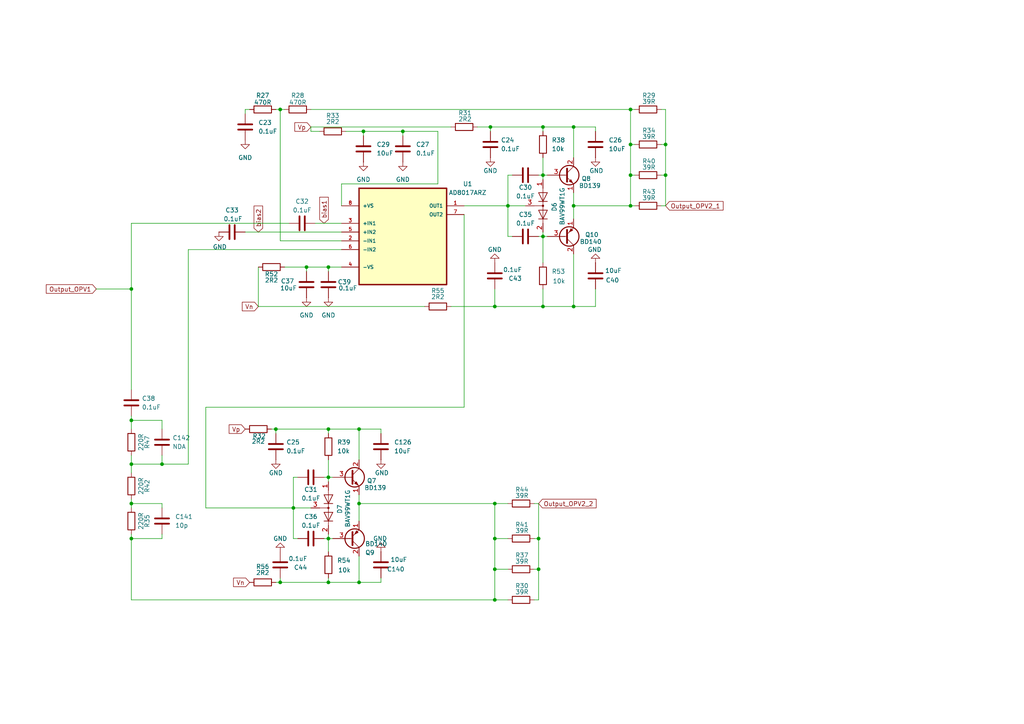
<source format=kicad_sch>
(kicad_sch (version 20231120) (generator "eeschema") (generator_version "8.0")
  (paper "A4")
  (lib_symbols
    (symbol "Device:C" (pin_numbers hide) (pin_names (offset 0.254))
      (property "Reference" "C" (at 0.635 2.54 0))
      (property "Value" "C" (at 0.635 -2.54 0))
      (symbol "C_0_1"
        (polyline (pts (xy -2.032 -0.762) (xy 2.032 -0.762)) (stroke (width 0.508)))
        (polyline (pts (xy -2.032 0.762) (xy 2.032 0.762)) (stroke (width 0.508)))
      )
      (symbol "C_1_1"
        (pin passive line (at 0 3.81 270) (length 2.794) (name "~") (number "1"))
        (pin passive line (at 0 -3.81 90) (length 2.794) (name "~") (number "2"))
      )
    )
    (symbol "Device:R" (pin_numbers hide) (pin_names (offset 0))
      (property "Reference" "R" (at 2.032 0 90))
      (property "Value" "R" (at 0 0 90))
      (symbol "R_0_1"
        (rectangle (start -1.016 -2.54) (end 1.016 2.54) (stroke (width 0.254)))
      )
      (symbol "R_1_1"
        (pin passive line (at 0 3.81 270) (length 1.27) (name "~") (number "1"))
        (pin passive line (at 0 -3.81 90) (length 1.27) (name "~") (number "2"))
      )
    )
    (symbol "Diode:BAV99" (pin_names hide)
      (property "Reference" "D" (at 0 5.08 0))
      (property "Value" "BAV99" (at 0 2.54 0))
      (symbol "BAV99_0_1"
        (polyline (pts (xy -5.08 0) (xy 5.08 0)))
      )
      (symbol "BAV99_1_1"
        (polyline (pts (xy 0 0) (xy 0 -2.54)))
        (polyline (pts (xy -1.27 -1.27) (xy -1.27 1.27) (xy -1.27 1.27)) (stroke (width 0.2032)))
        (polyline (pts (xy 3.81 1.27) (xy 3.81 -1.27) (xy 3.81 -1.27)) (stroke (width 0.2032)))
        (polyline (pts (xy -3.81 1.27) (xy -1.27 0) (xy -3.81 -1.27) (xy -3.81 1.27) (xy -3.81 1.27) (xy -3.81 1.27)) (stroke (width 0.2032)))
        (polyline (pts (xy 1.27 1.27) (xy 3.81 0) (xy 1.27 -1.27) (xy 1.27 1.27) (xy 1.27 1.27) (xy 1.27 1.27)) (stroke (width 0.2032)))
        (circle (center 0 0) (radius 0.254) (fill (type outline)))
        (pin passive line (at -7.62 0 0) (length 2.54) (name "K") (number "1"))
        (pin passive line (at 7.62 0 180) (length 2.54) (name "A") (number "2"))
        (pin passive line (at 0 -5.08 90) (length 2.54) (name "K") (number "3"))
      )
    )
    (symbol "New_Library_0:AD8017ARZ" (pin_names (offset 1.016))
      (property "Reference" "U" (at -4.9163 11.9213 0))
      (property "Value" "AD8017ARZ" (at -7.1327 -21.1179 0))
      (symbol "AD8017ARZ_0_0"
        (rectangle (start -12.7 10.16) (end 12.7 -17.78) (stroke (width 0.4064)) (fill (type background)))
        (pin output line (at 17.78 5.08 180) (length 5.08) (name "OUT1") (number "1"))
        (pin input line (at -17.78 -5.08 0) (length 5.08) (name "-IN1") (number "2"))
        (pin input line (at -17.78 0 0) (length 5.08) (name "+IN1") (number "3"))
        (pin power_in line (at -17.78 -12.7 0) (length 5.08) (name "-VS") (number "4"))
        (pin input line (at -17.78 -2.54 0) (length 5.08) (name "+IN2") (number "5"))
        (pin input line (at -17.78 -7.62 0) (length 5.08) (name "-IN2") (number "6"))
        (pin output line (at 17.78 2.54 180) (length 5.08) (name "OUT2") (number "7"))
        (pin power_in line (at -17.78 5.08 0) (length 5.08) (name "+VS") (number "8"))
      )
    )
    (symbol "Transistor_BJT:BD139" (pin_names (offset 0) hide)
      (property "Reference" "Q" (at 5.08 1.905 0))
      (property "Value" "BD139" (at 5.08 0 0))
      (symbol "BD139_0_1"
        (polyline (pts (xy 0 0) (xy 0.635 0)))
        (polyline (pts (xy 2.54 -2.54) (xy 0.635 -0.635)))
        (polyline (pts (xy 2.54 2.54) (xy 0.635 0.635)))
        (polyline (pts (xy 0.635 1.905) (xy 0.635 -1.905) (xy 0.635 -1.905)) (stroke (width 0.508)) (fill (type outline)))
        (polyline (pts (xy 1.2446 -1.778) (xy 1.7526 -1.27) (xy 2.286 -2.286) (xy 1.2446 -1.778) (xy 1.2446 -1.778)) (fill (type outline)))
        (circle (center 1.27 0) (radius 2.8194) (stroke (width 0.3048)))
      )
      (symbol "BD139_1_1"
        (pin passive line (at 2.54 -5.08 90) (length 2.54) (name "E") (number "1"))
        (pin passive line (at 2.54 5.08 270) (length 2.54) (name "C") (number "2"))
        (pin input line (at -5.08 0 0) (length 5.08) (name "B") (number "3"))
      )
    )
    (symbol "Transistor_BJT:BD140" (pin_names (offset 0) hide)
      (property "Reference" "Q" (at 5.08 1.905 0))
      (property "Value" "BD140" (at 5.08 0 0))
      (symbol "BD140_0_1"
        (polyline (pts (xy 0 0) (xy 0.635 0)))
        (polyline (pts (xy 2.54 -2.54) (xy 0.635 -0.635)))
        (polyline (pts (xy 2.54 2.54) (xy 0.635 0.635)))
        (polyline (pts (xy 0.635 1.905) (xy 0.635 -1.905) (xy 0.635 -1.905)) (stroke (width 0.508)) (fill (type outline)))
        (polyline (pts (xy 1.778 -2.286) (xy 2.286 -1.778) (xy 1.27 -1.27) (xy 1.778 -2.286) (xy 1.778 -2.286)) (fill (type outline)))
        (circle (center 1.27 0) (radius 2.8194) (stroke (width 0.3048)))
      )
      (symbol "BD140_1_1"
        (pin passive line (at 2.54 -5.08 90) (length 2.54) (name "E") (number "1"))
        (pin passive line (at 2.54 5.08 270) (length 2.54) (name "C") (number "2"))
        (pin input line (at -5.08 0 0) (length 5.08) (name "B") (number "3"))
      )
    )
    (symbol "power:GND" (power) (pin_numbers hide) (pin_names (offset 0) hide)
      (property "Value" "GND" (at 0 -3.81 0))
      (symbol "GND_0_1"
        (polyline (pts (xy 0 0) (xy 0 -1.27) (xy 1.27 -1.27) (xy 0 -2.54) (xy -1.27 -1.27) (xy 0 -1.27)))
      )
      (symbol "GND_1_1"
        (pin power_in line (at 0 0 270) (length 0) (name "~") (number "1"))
      )
    )
  )
  (junction (at 182.88 59.69))
  (junction (at 80.01 124.46))
  (junction (at 157.48 68.58))
  (junction (at 81.28 168.91))
  (junction (at 157.48 50.8))
  (junction (at 95.25 77.47))
  (junction (at 182.88 31.75))
  (junction (at 95.25 124.46))
  (junction (at 38.1 121.92))
  (junction (at 143.51 173.99))
  (junction (at 142.24 36.83))
  (junction (at 193.04 50.8))
  (junction (at 104.14 146.05))
  (junction (at 105.41 38.1))
  (junction (at 166.37 88.9))
  (junction (at 95.25 138.43))
  (junction (at 104.14 168.91))
  (junction (at 143.51 88.9))
  (junction (at 85.09 147.32))
  (junction (at 88.9 77.47))
  (junction (at 157.48 88.9))
  (junction (at 104.14 124.46))
  (junction (at 143.51 146.05))
  (junction (at 95.25 168.91))
  (junction (at 143.51 156.21))
  (junction (at 147.32 59.69))
  (junction (at 182.88 50.8))
  (junction (at 38.1 146.05))
  (junction (at 156.21 165.1))
  (junction (at 143.51 165.1))
  (junction (at 157.48 36.83))
  (junction (at 46.99 134.62))
  (junction (at 193.04 41.91))
  (junction (at 38.1 156.21))
  (junction (at 116.84 38.1))
  (junction (at 156.21 156.21))
  (junction (at 38.1 83.82))
  (junction (at 38.1 134.62))
  (junction (at 81.28 31.75))
  (junction (at 166.37 36.83))
  (junction (at 95.25 156.21))
  (junction (at 182.88 41.91))
  (junction (at 166.37 59.69))
  (wire (pts (xy 157.48 50.8) (xy 158.75 50.8)))
  (wire (pts (xy 147.32 59.69) (xy 152.4 59.69)))
  (wire (pts (xy 130.81 88.9) (xy 143.51 88.9)))
  (wire (pts (xy 88.9 77.47) (xy 95.25 77.47)))
  (wire (pts (xy 166.37 45.72) (xy 166.37 36.83)))
  (wire (pts (xy 95.25 156.21) (xy 96.52 156.21)))
  (wire (pts (xy 157.48 52.07) (xy 157.48 50.8)))
  (wire (pts (xy 166.37 59.69) (xy 166.37 63.5)))
  (wire (pts (xy 38.1 121.92) (xy 46.99 121.92)))
  (wire (pts (xy 95.25 154.94) (xy 95.25 156.21)))
  (wire (pts (xy 182.88 31.75) (xy 184.15 31.75)))
  (wire (pts (xy 147.32 59.69) (xy 147.32 68.58)))
  (wire (pts (xy 193.04 41.91) (xy 193.04 50.8)))
  (wire (pts (xy 104.14 161.29) (xy 104.14 168.91)))
  (wire (pts (xy 193.04 31.75) (xy 193.04 41.91)))
  (wire (pts (xy 143.51 146.05) (xy 143.51 156.21)))
  (wire (pts (xy 38.1 154.94) (xy 38.1 156.21)))
  (wire (pts (xy 95.25 139.7) (xy 95.25 138.43)))
  (wire (pts (xy 95.25 77.47) (xy 95.25 78.74)))
  (wire (pts (xy 143.51 156.21) (xy 147.32 156.21)))
  (wire (pts (xy 191.77 41.91) (xy 193.04 41.91)))
  (wire (pts (xy 38.1 132.08) (xy 38.1 134.62)))
  (wire (pts (xy 85.09 138.43) (xy 85.09 147.32)))
  (wire (pts (xy 104.14 146.05) (xy 143.51 146.05)))
  (wire (pts (xy 182.88 41.91) (xy 182.88 50.8)))
  (wire (pts (xy 134.62 59.69) (xy 147.32 59.69)))
  (wire (pts (xy 38.1 64.77) (xy 83.82 64.77)))
  (wire (pts (xy 81.28 168.91) (xy 95.25 168.91)))
  (wire (pts (xy 81.28 31.75) (xy 81.28 69.85)))
  (wire (pts (xy 46.99 124.46) (xy 46.99 121.92)))
  (wire (pts (xy 86.36 138.43) (xy 85.09 138.43)))
  (wire (pts (xy 127 53.34) (xy 127 38.1)))
  (wire (pts (xy 148.59 68.58) (xy 147.32 68.58)))
  (wire (pts (xy 143.51 88.9) (xy 157.48 88.9)))
  (wire (pts (xy 59.69 118.11) (xy 59.69 147.32)))
  (wire (pts (xy 86.36 156.21) (xy 85.09 156.21)))
  (wire (pts (xy 95.25 156.21) (xy 93.98 156.21)))
  (wire (pts (xy 90.17 38.1) (xy 90.17 36.83)))
  (wire (pts (xy 156.21 173.99) (xy 154.94 173.99)))
  (wire (pts (xy 127 38.1) (xy 116.84 38.1)))
  (wire (pts (xy 142.24 38.1) (xy 142.24 36.83)))
  (wire (pts (xy 38.1 156.21) (xy 46.99 156.21)))
  (wire (pts (xy 54.61 72.39) (xy 54.61 134.62)))
  (wire (pts (xy 90.17 31.75) (xy 182.88 31.75)))
  (wire (pts (xy 38.1 173.99) (xy 143.51 173.99)))
  (wire (pts (xy 38.1 120.65) (xy 38.1 121.92)))
  (wire (pts (xy 143.51 173.99) (xy 143.51 165.1)))
  (wire (pts (xy 80.01 168.91) (xy 81.28 168.91)))
  (wire (pts (xy 157.48 83.82) (xy 157.48 88.9)))
  (wire (pts (xy 157.48 68.58) (xy 158.75 68.58)))
  (wire (pts (xy 99.06 53.34) (xy 127 53.34)))
  (wire (pts (xy 154.94 165.1) (xy 156.21 165.1)))
  (wire (pts (xy 104.14 168.91) (xy 110.49 168.91)))
  (wire (pts (xy 85.09 147.32) (xy 90.17 147.32)))
  (wire (pts (xy 110.49 124.46) (xy 110.49 125.73)))
  (wire (pts (xy 157.48 68.58) (xy 156.21 68.58)))
  (wire (pts (xy 99.06 69.85) (xy 81.28 69.85)))
  (wire (pts (xy 91.44 64.77) (xy 99.06 64.77)))
  (wire (pts (xy 143.51 173.99) (xy 147.32 173.99)))
  (wire (pts (xy 71.12 33.02) (xy 71.12 31.75)))
  (wire (pts (xy 74.93 88.9) (xy 123.19 88.9)))
  (wire (pts (xy 71.12 67.31) (xy 99.06 67.31)))
  (wire (pts (xy 193.04 59.69) (xy 191.77 59.69)))
  (wire (pts (xy 95.25 168.91) (xy 104.14 168.91)))
  (wire (pts (xy 71.12 31.75) (xy 72.39 31.75)))
  (wire (pts (xy 105.41 39.37) (xy 105.41 38.1)))
  (wire (pts (xy 92.71 38.1) (xy 90.17 38.1)))
  (wire (pts (xy 38.1 134.62) (xy 38.1 137.16)))
  (wire (pts (xy 82.55 77.47) (xy 88.9 77.47)))
  (wire (pts (xy 104.14 124.46) (xy 110.49 124.46)))
  (wire (pts (xy 156.21 165.1) (xy 156.21 173.99)))
  (wire (pts (xy 156.21 146.05) (xy 156.21 156.21)))
  (wire (pts (xy 95.25 124.46) (xy 95.25 125.73)))
  (wire (pts (xy 88.9 78.74) (xy 88.9 77.47)))
  (wire (pts (xy 143.51 165.1) (xy 143.51 156.21)))
  (wire (pts (xy 80.01 31.75) (xy 81.28 31.75)))
  (wire (pts (xy 166.37 55.88) (xy 166.37 59.69)))
  (wire (pts (xy 157.48 67.31) (xy 157.48 68.58)))
  (wire (pts (xy 81.28 167.64) (xy 81.28 168.91)))
  (wire (pts (xy 80.01 125.73) (xy 80.01 124.46)))
  (wire (pts (xy 143.51 146.05) (xy 147.32 146.05)))
  (wire (pts (xy 78.74 124.46) (xy 80.01 124.46)))
  (wire (pts (xy 95.25 138.43) (xy 93.98 138.43)))
  (wire (pts (xy 182.88 41.91) (xy 184.15 41.91)))
  (wire (pts (xy 182.88 50.8) (xy 184.15 50.8)))
  (wire (pts (xy 38.1 64.77) (xy 38.1 83.82)))
  (wire (pts (xy 38.1 121.92) (xy 38.1 124.46)))
  (wire (pts (xy 166.37 88.9) (xy 172.72 88.9)))
  (wire (pts (xy 143.51 165.1) (xy 147.32 165.1)))
  (wire (pts (xy 157.48 36.83) (xy 157.48 38.1)))
  (wire (pts (xy 95.25 138.43) (xy 96.52 138.43)))
  (wire (pts (xy 38.1 83.82) (xy 38.1 113.03)))
  (wire (pts (xy 95.25 124.46) (xy 104.14 124.46)))
  (wire (pts (xy 46.99 154.94) (xy 46.99 156.21)))
  (wire (pts (xy 104.14 133.35) (xy 104.14 124.46)))
  (wire (pts (xy 166.37 36.83) (xy 172.72 36.83)))
  (wire (pts (xy 193.04 50.8) (xy 193.04 59.69)))
  (wire (pts (xy 38.1 144.78) (xy 38.1 146.05)))
  (wire (pts (xy 157.48 88.9) (xy 166.37 88.9)))
  (wire (pts (xy 110.49 168.91) (xy 110.49 167.64)))
  (wire (pts (xy 46.99 134.62) (xy 38.1 134.62)))
  (wire (pts (xy 74.93 77.47) (xy 74.93 88.9)))
  (wire (pts (xy 172.72 88.9) (xy 172.72 83.82)))
  (wire (pts (xy 157.48 50.8) (xy 156.21 50.8)))
  (wire (pts (xy 157.48 68.58) (xy 157.48 76.2)))
  (wire (pts (xy 134.62 62.23) (xy 134.62 118.11)))
  (wire (pts (xy 80.01 124.46) (xy 95.25 124.46)))
  (wire (pts (xy 99.06 53.34) (xy 99.06 59.69)))
  (wire (pts (xy 172.72 36.83) (xy 172.72 38.1)))
  (wire (pts (xy 95.25 167.64) (xy 95.25 168.91)))
  (wire (pts (xy 27.94 83.82) (xy 38.1 83.82)))
  (wire (pts (xy 182.88 31.75) (xy 182.88 41.91)))
  (wire (pts (xy 182.88 59.69) (xy 166.37 59.69)))
  (wire (pts (xy 157.48 36.83) (xy 166.37 36.83)))
  (wire (pts (xy 156.21 156.21) (xy 156.21 165.1)))
  (wire (pts (xy 104.14 146.05) (xy 104.14 151.13)))
  (wire (pts (xy 54.61 134.62) (xy 46.99 134.62)))
  (wire (pts (xy 166.37 73.66) (xy 166.37 88.9)))
  (wire (pts (xy 182.88 50.8) (xy 182.88 59.69)))
  (wire (pts (xy 143.51 83.82) (xy 143.51 88.9)))
  (wire (pts (xy 191.77 50.8) (xy 193.04 50.8)))
  (wire (pts (xy 81.28 31.75) (xy 82.55 31.75)))
  (wire (pts (xy 138.43 36.83) (xy 142.24 36.83)))
  (wire (pts (xy 182.88 59.69) (xy 184.15 59.69)))
  (wire (pts (xy 95.25 156.21) (xy 95.25 160.02)))
  (wire (pts (xy 95.25 133.35) (xy 95.25 138.43)))
  (wire (pts (xy 59.69 147.32) (xy 85.09 147.32)))
  (wire (pts (xy 54.61 72.39) (xy 99.06 72.39)))
  (wire (pts (xy 142.24 36.83) (xy 157.48 36.83)))
  (wire (pts (xy 100.33 38.1) (xy 105.41 38.1)))
  (wire (pts (xy 38.1 146.05) (xy 38.1 147.32)))
  (wire (pts (xy 116.84 38.1) (xy 116.84 39.37)))
  (wire (pts (xy 148.59 50.8) (xy 147.32 50.8)))
  (wire (pts (xy 46.99 147.32) (xy 46.99 146.05)))
  (wire (pts (xy 46.99 146.05) (xy 38.1 146.05)))
  (wire (pts (xy 134.62 118.11) (xy 59.69 118.11)))
  (wire (pts (xy 85.09 147.32) (xy 85.09 156.21)))
  (wire (pts (xy 90.17 36.83) (xy 130.81 36.83)))
  (wire (pts (xy 38.1 156.21) (xy 38.1 173.99)))
  (wire (pts (xy 154.94 146.05) (xy 156.21 146.05)))
  (wire (pts (xy 104.14 143.51) (xy 104.14 146.05)))
  (wire (pts (xy 191.77 31.75) (xy 193.04 31.75)))
  (wire (pts (xy 154.94 156.21) (xy 156.21 156.21)))
  (wire (pts (xy 105.41 38.1) (xy 116.84 38.1)))
  (wire (pts (xy 147.32 50.8) (xy 147.32 59.69)))
  (wire (pts (xy 95.25 77.47) (xy 99.06 77.47)))
  (wire (pts (xy 157.48 45.72) (xy 157.48 50.8)))
  (wire (pts (xy 46.99 132.08) (xy 46.99 134.62)))
  (global_label "Vn" (shape input) (at 74.93 88.9 180) (property "Intersheetrefs" "${INTERSHEET_REFS}" (effects (hide yes))))
  (global_label "Vp" (shape input) (at 90.17 36.83 180) (property "Intersheetrefs" "${INTERSHEET_REFS}" (effects (hide yes))))
  (global_label "Output_OPV2_2" (shape input) (at 156.21 146.05 0) (property "Intersheetrefs" "${INTERSHEET_REFS}" (effects (hide yes))))
  (global_label "Vp" (shape input) (at 71.12 124.46 180) (property "Intersheetrefs" "${INTERSHEET_REFS}" (effects (hide yes))))
  (global_label "bias2" (shape input) (at 74.93 67.31 90) (property "Intersheetrefs" "${INTERSHEET_REFS}" (effects (hide yes))))
  (global_label "Vn" (shape input) (at 72.39 168.91 180) (property "Intersheetrefs" "${INTERSHEET_REFS}" (effects (hide yes))))
  (global_label "Output_OPV2_1" (shape input) (at 193.04 59.69 0) (property "Intersheetrefs" "${INTERSHEET_REFS}" (effects (hide yes))))
  (global_label "Output_OPV1" (shape input) (at 27.94 83.82 180) (property "Intersheetrefs" "${INTERSHEET_REFS}" (effects (hide yes))))
  (global_label "bias1" (shape input) (at 93.98 64.77 90) (property "Intersheetrefs" "${INTERSHEET_REFS}" (effects (hide yes))))
  (symbol (lib_id "power:GND") (at 143.51 76.2 180) (unit 1)
    (property "Reference" "#PWR033" (effects (hide yes)))
    (property "Value" "GND" (at 143.51 72.39 0))
    (property "Description" "Power symbol creates a global label with name \"GND\" , ground" (effects (hide yes)))
  )
  (symbol (lib_id "Device:R") (at 157.48 41.91 0) (unit 1)
    (property "Reference" "R38" (at 160.02 40.6399 0) (effects (justify left)))
    (property "Value" "10k" (at 160.02 43.1799 0) (effects (justify left)))
    (property "Footprint" "Resistor_SMD:R_0603_1608Metric_Pad0.98x0.95mm_HandSolder" (effects (hide yes)))
    (property "Description" "Resistor" (effects (hide yes)))
  )
  (symbol (lib_id "power:GND") (at 88.9 86.36 0) (unit 1)
    (property "Reference" "#PWR026" (effects (hide yes)))
    (property "Value" "GND" (at 88.9 91.44 0))
    (property "Description" "Power symbol creates a global label with name \"GND\" , ground" (effects (hide yes)))
  )
  (symbol (lib_id "Device:R") (at 134.62 36.83 270) (unit 1)
    (property "Reference" "R31" (at 134.874 32.766 90))
    (property "Value" "2R2" (at 134.874 34.544 90))
    (property "Footprint" "Resistor_SMD:R_0603_1608Metric_Pad0.98x0.95mm_HandSolder" (effects (hide yes)))
    (property "Description" "Resistor" (effects (hide yes)))
  )
  (symbol (lib_id "Device:C") (at 95.25 82.55 0) (unit 1)
    (property "Reference" "C39" (at 101.854 81.788 0) (effects (justify right)))
    (property "Value" "0.1uF" (at 103.632 83.566 0) (effects (justify right)))
    (property "Footprint" "Capacitor_SMD:C_0603_1608Metric_Pad1.08x0.95mm_HandSolder" (effects (hide yes)))
    (property "Description" "Unpolarized capacitor" (effects (hide yes)))
  )
  (symbol (lib_id "power:GND") (at 71.12 40.64 0) (unit 1)
    (property "Reference" "#PWR023" (effects (hide yes)))
    (property "Value" "GND" (at 71.12 45.72 0))
    (property "Description" "Power symbol creates a global label with name \"GND\" , ground" (effects (hide yes)))
  )
  (symbol (lib_id "Device:R") (at 38.1 151.13 180) (unit 1)
    (property "Reference" "R35" (at 42.672 151.13 90))
    (property "Value" "220R" (at 40.894 151.13 90))
    (property "Footprint" "Resistor_SMD:R_0603_1608Metric_Pad0.98x0.95mm_HandSolder" (effects (hide yes)))
    (property "Description" "Resistor" (effects (hide yes)))
  )
  (symbol (lib_id "Device:R") (at 38.1 140.97 180) (unit 1)
    (property "Reference" "R42" (at 42.672 140.97 90))
    (property "Value" "220R" (at 40.894 140.97 90))
    (property "Footprint" "Resistor_SMD:R_0603_1608Metric_Pad0.98x0.95mm_HandSolder" (effects (hide yes)))
    (property "Description" "Resistor" (effects (hide yes)))
  )
  (symbol (lib_id "Device:C") (at 87.63 64.77 90) (unit 1)
    (property "Reference" "C32" (at 87.63 58.42 90))
    (property "Value" "0.1uF" (at 87.63 60.96 90))
    (property "Footprint" "Capacitor_SMD:C_0603_1608Metric_Pad1.08x0.95mm_HandSolder" (effects (hide yes)))
    (property "Description" "Unpolarized capacitor" (effects (hide yes)))
  )
  (symbol (lib_id "Device:R") (at 96.52 38.1 270) (unit 1)
    (property "Reference" "R33" (at 96.52 33.528 90))
    (property "Value" "2R2" (at 96.52 35.306 90))
    (property "Footprint" "Resistor_SMD:R_0603_1608Metric_Pad0.98x0.95mm_HandSolder" (effects (hide yes)))
    (property "Description" "Resistor" (effects (hide yes)))
  )
  (symbol (lib_id "Device:R") (at 127 88.9 270) (unit 1)
    (property "Reference" "R55" (at 127 84.328 90))
    (property "Value" "2R2" (at 127 86.106 90))
    (property "Footprint" "Resistor_SMD:R_0603_1608Metric_Pad0.98x0.95mm_HandSolder" (effects (hide yes)))
    (property "Description" "Resistor" (effects (hide yes)))
  )
  (symbol (lib_id "Device:R") (at 151.13 146.05 270) (unit 1)
    (property "Reference" "R44" (at 151.384 141.986 90))
    (property "Value" "39R" (at 151.384 143.764 90))
    (property "Footprint" "Resistor_SMD:R_0603_1608Metric_Pad0.98x0.95mm_HandSolder" (effects (hide yes)))
    (property "Description" "Resistor" (effects (hide yes)))
  )
  (symbol (lib_id "Device:C") (at 152.4 68.58 90) (unit 1)
    (property "Reference" "C35" (at 152.4 62.23 90))
    (property "Value" "0.1uF" (at 152.4 64.77 90))
    (property "Footprint" "Capacitor_SMD:C_0603_1608Metric_Pad1.08x0.95mm_HandSolder" (effects (hide yes)))
    (property "Description" "Unpolarized capacitor" (effects (hide yes)))
  )
  (symbol (lib_id "Device:C") (at 46.99 128.27 0) (unit 1)
    (property "Reference" "C142" (at 50.038 127 0) (effects (justify left)))
    (property "Value" "NDA" (at 50.038 129.54 0) (effects (justify left)))
    (property "Footprint" "Capacitor_SMD:C_0603_1608Metric_Pad1.08x0.95mm_HandSolder" (effects (hide yes)))
    (property "Description" "Unpolarized capacitor" (effects (hide yes)))
  )
  (symbol (lib_id "Device:R") (at 95.25 163.83 0) (unit 1)
    (property "Reference" "R54" (at 97.79 162.5599 0) (effects (justify left)))
    (property "Value" "10k" (at 98.044 165.3538 0) (effects (justify left)))
    (property "Footprint" "Resistor_SMD:R_0603_1608Metric_Pad0.98x0.95mm_HandSolder" (effects (hide yes)))
    (property "Description" "Resistor" (effects (hide yes)))
  )
  (symbol (lib_id "Diode:BAV99") (at 157.48 59.69 270) (unit 1)
    (property "Reference" "D6" (at 160.782 58.674 0) (effects (justify left)))
    (property "Value" "BAV99WT1G" (at 163.068 54.356 0) (effects (justify left)))
    (property "Footprint" "Package_TO_SOT_SMD:SOT-323_SC-70" (effects (hide yes)))
    (property "Datasheet" "https://assets.nexperia.com/documents/data-sheet/BAV99_SER.pdf" (effects (hide yes)))
    (property "Description" "BAV99 High-speed switching diodes, SOT-23" (effects (hide yes)))
  )
  (symbol (lib_id "Device:R") (at 76.2 168.91 270) (unit 1)
    (property "Reference" "R56" (at 76.2 164.338 90))
    (property "Value" "2R2" (at 76.2 166.116 90))
    (property "Footprint" "Resistor_SMD:R_0603_1608Metric_Pad0.98x0.95mm_HandSolder" (effects (hide yes)))
    (property "Description" "Resistor" (effects (hide yes)))
  )
  (symbol (lib_id "Device:R") (at 187.96 41.91 270) (unit 1)
    (property "Reference" "R34" (at 188.214 37.846 90))
    (property "Value" "39R" (at 188.214 39.624 90))
    (property "Footprint" "Resistor_SMD:R_0603_1608Metric_Pad0.98x0.95mm_HandSolder" (effects (hide yes)))
    (property "Description" "Resistor" (effects (hide yes)))
  )
  (symbol (lib_id "Device:C") (at 152.4 50.8 90) (unit 1)
    (property "Reference" "C30" (at 152.4 54.356 90))
    (property "Value" "0.1uF" (at 152.4 56.896 90))
    (property "Footprint" "Capacitor_SMD:C_0603_1608Metric_Pad1.08x0.95mm_HandSolder" (effects (hide yes)))
    (property "Description" "Unpolarized capacitor" (effects (hide yes)))
  )
  (symbol (lib_id "Device:C") (at 110.49 163.83 180) (unit 1)
    (property "Reference" "C140" (at 117.348 165.1 0) (effects (justify left)))
    (property "Value" "10uF" (at 118.11 162.306 0) (effects (justify left)))
    (property "Footprint" "Capacitor_SMD:C_1210_3225Metric_Pad1.33x2.70mm_HandSolder" (effects (hide yes)))
    (property "Description" "Unpolarized capacitor" (effects (hide yes)))
  )
  (symbol (lib_id "Device:C") (at 116.84 43.18 0) (unit 1)
    (property "Reference" "C27" (at 120.65 41.9099 0) (effects (justify left)))
    (property "Value" "0.1uF" (at 120.65 44.4499 0) (effects (justify left)))
    (property "Footprint" "Capacitor_SMD:C_0603_1608Metric_Pad1.08x0.95mm_HandSolder" (effects (hide yes)))
    (property "Description" "Unpolarized capacitor" (effects (hide yes)))
  )
  (symbol (lib_id "Device:R") (at 151.13 165.1 270) (unit 1)
    (property "Reference" "R37" (at 151.384 161.036 90))
    (property "Value" "39R" (at 151.384 162.814 90))
    (property "Footprint" "Resistor_SMD:R_0603_1608Metric_Pad0.98x0.95mm_HandSolder" (effects (hide yes)))
    (property "Description" "Resistor" (effects (hide yes)))
  )
  (symbol (lib_id "Device:C") (at 67.31 67.31 90) (unit 1)
    (property "Reference" "C33" (at 67.31 60.96 90))
    (property "Value" "0.1uF" (at 67.564 63.5 90))
    (property "Footprint" "Capacitor_SMD:C_0603_1608Metric_Pad1.08x0.95mm_HandSolder" (effects (hide yes)))
    (property "Description" "Unpolarized capacitor" (effects (hide yes)))
  )
  (symbol (lib_id "Device:C") (at 90.17 138.43 90) (unit 1)
    (property "Reference" "C31" (at 90.17 141.986 90))
    (property "Value" "0.1uF" (at 90.17 144.526 90))
    (property "Footprint" "Capacitor_SMD:C_0603_1608Metric_Pad1.08x0.95mm_HandSolder" (effects (hide yes)))
    (property "Description" "Unpolarized capacitor" (effects (hide yes)))
  )
  (symbol (lib_id "power:GND") (at 105.41 46.99 0) (unit 1)
    (property "Reference" "#PWR028" (effects (hide yes)))
    (property "Value" "GND" (at 105.41 52.07 0))
    (property "Description" "Power symbol creates a global label with name \"GND\" , ground" (effects (hide yes)))
  )
  (symbol (lib_id "Device:C") (at 80.01 129.54 0) (unit 1)
    (property "Reference" "C25" (at 83.058 128.27 0) (effects (justify left)))
    (property "Value" "0.1uF" (at 83.058 130.81 0) (effects (justify left)))
    (property "Footprint" "Capacitor_SMD:C_0603_1608Metric_Pad1.08x0.95mm_HandSolder" (effects (hide yes)))
    (property "Description" "Unpolarized capacitor" (effects (hide yes)))
  )
  (symbol (lib_id "power:GND") (at 63.5 67.31 0) (unit 1)
    (property "Reference" "#PWR022" (effects (hide yes)))
    (property "Value" "GND" (at 63.754 71.628 0))
    (property "Description" "Power symbol creates a global label with name \"GND\" , ground" (effects (hide yes)))
  )
  (symbol (lib_id "Device:C") (at 143.51 80.01 180) (unit 1)
    (property "Reference" "C43" (at 151.384 80.772 0) (effects (justify left)))
    (property "Value" "0.1uF" (at 151.384 78.232 0) (effects (justify left)))
    (property "Footprint" "Capacitor_SMD:C_0603_1608Metric_Pad1.08x0.95mm_HandSolder" (effects (hide yes)))
    (property "Description" "Unpolarized capacitor" (effects (hide yes)))
  )
  (symbol (lib_id "power:GND") (at 172.72 45.72 0) (unit 1)
    (property "Reference" "#PWR034" (effects (hide yes)))
    (property "Value" "GND" (at 172.974 49.53 0))
    (property "Description" "Power symbol creates a global label with name \"GND\" , ground" (effects (hide yes)))
  )
  (symbol (lib_id "Device:C") (at 81.28 163.83 180) (unit 1)
    (property "Reference" "C44" (at 89.154 164.592 0) (effects (justify left)))
    (property "Value" "0.1uF" (at 89.154 162.052 0) (effects (justify left)))
    (property "Footprint" "Capacitor_SMD:C_0603_1608Metric_Pad1.08x0.95mm_HandSolder" (effects (hide yes)))
    (property "Description" "Unpolarized capacitor" (effects (hide yes)))
  )
  (symbol (lib_id "Device:R") (at 151.13 156.21 270) (unit 1)
    (property "Reference" "R41" (at 151.384 152.146 90))
    (property "Value" "39R" (at 151.384 153.924 90))
    (property "Footprint" "Resistor_SMD:R_0603_1608Metric_Pad0.98x0.95mm_HandSolder" (effects (hide yes)))
    (property "Description" "Resistor" (effects (hide yes)))
  )
  (symbol (lib_id "Device:R") (at 86.36 31.75 90) (unit 1)
    (property "Reference" "R28" (at 86.36 27.686 90))
    (property "Value" "470R" (at 86.36 29.718 90))
    (property "Footprint" "Resistor_SMD:R_0603_1608Metric_Pad0.98x0.95mm_HandSolder" (effects (hide yes)))
    (property "Description" "Resistor" (effects (hide yes)))
  )
  (symbol (lib_id "Transistor_BJT:BD140") (at 101.6 156.21 0) (mirror x) (unit 1)
    (property "Reference" "Q9" (at 105.918 160.274 0) (effects (justify left)))
    (property "Value" "BD140" (at 105.918 157.734 0) (effects (justify left)))
    (property "Footprint" "Package_TO_SOT_THT:TO-126-3_Vertical" (effects (hide yes)))
    (property "Datasheet" "http://www.st.com/internet/com/TECHNICAL_RESOURCES/TECHNICAL_LITERATURE/DATASHEET/CD00001225.pdf" (effects (hide yes)))
    (property "Description" "1.5A Ic, 80V Vce, Low Voltage Transistor, TO-126" (effects (hide yes)))
  )
  (symbol (lib_id "Device:R") (at 187.96 31.75 270) (unit 1)
    (property "Reference" "R29" (at 188.214 27.686 90))
    (property "Value" "39R" (at 188.214 29.464 90))
    (property "Footprint" "Resistor_SMD:R_0603_1608Metric_Pad0.98x0.95mm_HandSolder" (effects (hide yes)))
    (property "Description" "Resistor" (effects (hide yes)))
  )
  (symbol (lib_id "Diode:BAV99") (at 95.25 147.32 270) (unit 1)
    (property "Reference" "D7" (at 98.552 146.304 0) (effects (justify left)))
    (property "Value" "BAV99WT1G" (at 100.838 141.986 0) (effects (justify left)))
    (property "Footprint" "Package_TO_SOT_SMD:SOT-323_SC-70" (effects (hide yes)))
    (property "Datasheet" "https://assets.nexperia.com/documents/data-sheet/BAV99_SER.pdf" (effects (hide yes)))
    (property "Description" "BAV99 High-speed switching diodes, SOT-23" (effects (hide yes)))
  )
  (symbol (lib_id "power:GND") (at 95.25 86.36 0) (unit 1)
    (property "Reference" "#PWR027" (effects (hide yes)))
    (property "Value" "GND" (at 95.25 91.44 0))
    (property "Description" "Power symbol creates a global label with name \"GND\" , ground" (effects (hide yes)))
  )
  (symbol (lib_id "power:GND") (at 142.24 45.72 0) (unit 1)
    (property "Reference" "#PWR032" (effects (hide yes)))
    (property "Value" "GND" (at 142.24 49.53 0))
    (property "Description" "Power symbol creates a global label with name \"GND\" , ground" (effects (hide yes)))
  )
  (symbol (lib_id "Device:R") (at 151.13 173.99 270) (unit 1)
    (property "Reference" "R30" (at 151.384 169.926 90))
    (property "Value" "39R" (at 151.384 171.704 90))
    (property "Footprint" "Resistor_SMD:R_0603_1608Metric_Pad0.98x0.95mm_HandSolder" (effects (hide yes)))
    (property "Description" "Resistor" (effects (hide yes)))
  )
  (symbol (lib_id "Device:C") (at 71.12 36.83 0) (unit 1)
    (property "Reference" "C23" (at 74.93 35.5599 0) (effects (justify left)))
    (property "Value" "0.1uF" (at 74.93 38.0999 0) (effects (justify left)))
    (property "Footprint" "Capacitor_SMD:C_0603_1608Metric_Pad1.08x0.95mm_HandSolder" (effects (hide yes)))
    (property "Description" "Unpolarized capacitor" (effects (hide yes)))
  )
  (symbol (lib_id "Device:R") (at 157.48 80.01 0) (unit 1)
    (property "Reference" "R53" (at 160.02 78.7399 0) (effects (justify left)))
    (property "Value" "10k" (at 160.274 81.5338 0) (effects (justify left)))
    (property "Footprint" "Resistor_SMD:R_0603_1608Metric_Pad0.98x0.95mm_HandSolder" (effects (hide yes)))
    (property "Description" "Resistor" (effects (hide yes)))
  )
  (symbol (lib_id "power:GND") (at 80.01 133.35 0) (unit 1)
    (property "Reference" "#PWR024" (effects (hide yes)))
    (property "Value" "GND" (at 80.01 137.16 0))
    (property "Description" "Power symbol creates a global label with name \"GND\" , ground" (effects (hide yes)))
  )
  (symbol (lib_id "Device:R") (at 76.2 31.75 90) (unit 1)
    (property "Reference" "R27" (at 76.2 27.686 90))
    (property "Value" "470R" (at 76.2 29.718 90))
    (property "Footprint" "Resistor_SMD:R_0603_1608Metric_Pad0.98x0.95mm_HandSolder" (effects (hide yes)))
    (property "Description" "Resistor" (effects (hide yes)))
  )
  (symbol (lib_id "Device:C") (at 46.99 151.13 0) (unit 1)
    (property "Reference" "C141" (at 50.8 149.8599 0) (effects (justify left)))
    (property "Value" "10p" (at 50.8 152.3999 0) (effects (justify left)))
    (property "Footprint" "Capacitor_SMD:C_0603_1608Metric_Pad1.08x0.95mm_HandSolder" (effects (hide yes)))
    (property "Description" "Unpolarized capacitor" (effects (hide yes)))
  )
  (symbol (lib_id "New_Library_0:AD8017ARZ") (at 116.84 64.77 0) (unit 1)
    (property "Reference" "U1" (at 135.636 53.34 0))
    (property "Value" "AD8017ARZ" (at 135.636 55.88 0))
    (property "Footprint" "Package_SO:SOIC-8_3.9x4.9mm_P1.27mm" (effects (hide yes)))
    (property "PACKAGE" "SOIC-8" (effects (hide yes)))
    (property "MPN" "AD8017ARZ" (effects (hide yes)))
  )
  (symbol (lib_id "Device:C") (at 172.72 41.91 0) (unit 1)
    (property "Reference" "C26" (at 176.53 40.6399 0) (effects (justify left)))
    (property "Value" "10uF" (at 176.53 43.1799 0) (effects (justify left)))
    (property "Footprint" "Capacitor_SMD:C_1210_3225Metric_Pad1.33x2.70mm_HandSolder" (effects (hide yes)))
    (property "Description" "Unpolarized capacitor" (effects (hide yes)))
  )
  (symbol (lib_id "Device:R") (at 78.74 77.47 270) (unit 1)
    (property "Reference" "R52" (at 78.74 79.502 90))
    (property "Value" "2R2" (at 78.74 81.28 90))
    (property "Footprint" "Resistor_SMD:R_0603_1608Metric_Pad0.98x0.95mm_HandSolder" (effects (hide yes)))
    (property "Description" "Resistor" (effects (hide yes)))
  )
  (symbol (lib_id "Device:C") (at 142.24 41.91 0) (unit 1)
    (property "Reference" "C24" (at 145.288 40.64 0) (effects (justify left)))
    (property "Value" "0.1uF" (at 145.288 43.18 0) (effects (justify left)))
    (property "Footprint" "Capacitor_SMD:C_0603_1608Metric_Pad1.08x0.95mm_HandSolder" (effects (hide yes)))
    (property "Description" "Unpolarized capacitor" (effects (hide yes)))
  )
  (symbol (lib_id "power:GND") (at 110.49 160.02 180) (unit 1)
    (property "Reference" "#PWR030" (effects (hide yes)))
    (property "Value" "GND" (at 110.236 156.21 0))
    (property "Description" "Power symbol creates a global label with name \"GND\" , ground" (effects (hide yes)))
  )
  (symbol (lib_id "Device:R") (at 74.93 124.46 270) (unit 1)
    (property "Reference" "R32" (at 75.184 126.492 90))
    (property "Value" "2R2" (at 74.93 128.016 90))
    (property "Footprint" "Resistor_SMD:R_0603_1608Metric_Pad0.98x0.95mm_HandSolder" (effects (hide yes)))
    (property "Description" "Resistor" (effects (hide yes)))
  )
  (symbol (lib_id "Device:C") (at 88.9 82.55 0) (unit 1)
    (property "Reference" "C37" (at 85.344 81.534 0) (effects (justify right)))
    (property "Value" "10uF" (at 86.106 83.566 0) (effects (justify right)))
    (property "Footprint" "Capacitor_SMD:C_1210_3225Metric_Pad1.33x2.70mm_HandSolder" (effects (hide yes)))
    (property "Description" "Unpolarized capacitor" (effects (hide yes)))
  )
  (symbol (lib_id "Device:C") (at 38.1 116.84 0) (unit 1)
    (property "Reference" "C38" (at 41.148 115.57 0) (effects (justify left)))
    (property "Value" "0.1uF" (at 41.148 118.11 0) (effects (justify left)))
    (property "Footprint" "Capacitor_SMD:C_0603_1608Metric_Pad1.08x0.95mm_HandSolder" (effects (hide yes)))
    (property "Description" "Unpolarized capacitor" (effects (hide yes)))
  )
  (symbol (lib_id "power:GND") (at 81.28 160.02 180) (unit 1)
    (property "Reference" "#PWR025" (effects (hide yes)))
    (property "Value" "GND" (at 81.28 156.21 0))
    (property "Description" "Power symbol creates a global label with name \"GND\" , ground" (effects (hide yes)))
  )
  (symbol (lib_id "Device:R") (at 187.96 59.69 270) (unit 1)
    (property "Reference" "R43" (at 188.214 55.626 90))
    (property "Value" "39R" (at 188.214 57.404 90))
    (property "Footprint" "Resistor_SMD:R_0603_1608Metric_Pad0.98x0.95mm_HandSolder" (effects (hide yes)))
    (property "Description" "Resistor" (effects (hide yes)))
  )
  (symbol (lib_id "Device:C") (at 90.17 156.21 90) (unit 1)
    (property "Reference" "C36" (at 90.17 149.86 90))
    (property "Value" "0.1uF" (at 90.17 152.4 90))
    (property "Footprint" "Capacitor_SMD:C_0603_1608Metric_Pad1.08x0.95mm_HandSolder" (effects (hide yes)))
    (property "Description" "Unpolarized capacitor" (effects (hide yes)))
  )
  (symbol (lib_id "Device:R") (at 38.1 128.27 180) (unit 1)
    (property "Reference" "R47" (at 42.672 128.27 90))
    (property "Value" "220R" (at 40.894 128.27 90))
    (property "Footprint" "Resistor_SMD:R_0603_1608Metric_Pad0.98x0.95mm_HandSolder" (effects (hide yes)))
    (property "Description" "Resistor" (effects (hide yes)))
  )
  (symbol (lib_id "Device:R") (at 187.96 50.8 270) (unit 1)
    (property "Reference" "R40" (at 188.214 46.736 90))
    (property "Value" "39R" (at 188.214 48.514 90))
    (property "Footprint" "Resistor_SMD:R_0603_1608Metric_Pad0.98x0.95mm_HandSolder" (effects (hide yes)))
    (property "Description" "Resistor" (effects (hide yes)))
  )
  (symbol (lib_id "Device:C") (at 172.72 80.01 180) (unit 1)
    (property "Reference" "C40" (at 179.578 81.28 0) (effects (justify left)))
    (property "Value" "10uF" (at 180.34 78.486 0) (effects (justify left)))
    (property "Footprint" "Capacitor_SMD:C_1210_3225Metric_Pad1.33x2.70mm_HandSolder" (effects (hide yes)))
    (property "Description" "Unpolarized capacitor" (effects (hide yes)))
  )
  (symbol (lib_id "Device:R") (at 95.25 129.54 0) (unit 1)
    (property "Reference" "R39" (at 97.79 128.2699 0) (effects (justify left)))
    (property "Value" "10k" (at 97.79 130.8099 0) (effects (justify left)))
    (property "Footprint" "Resistor_SMD:R_0603_1608Metric_Pad0.98x0.95mm_HandSolder" (effects (hide yes)))
    (property "Description" "Resistor" (effects (hide yes)))
  )
  (symbol (lib_id "power:GND") (at 172.72 76.2 180) (unit 1)
    (property "Reference" "#PWR035" (effects (hide yes)))
    (property "Value" "GND" (at 172.466 72.39 0))
    (property "Description" "Power symbol creates a global label with name \"GND\" , ground" (effects (hide yes)))
  )
  (symbol (lib_id "Transistor_BJT:BD139") (at 163.83 50.8 0) (unit 1)
    (property "Reference" "Q8" (at 168.656 51.816 0) (effects (justify left)))
    (property "Value" "BD139" (at 167.894 53.848 0) (effects (justify left)))
    (property "Footprint" "Package_TO_SOT_THT:TO-126-3_Vertical" (effects (hide yes)))
    (property "Datasheet" "http://www.st.com/internet/com/TECHNICAL_RESOURCES/TECHNICAL_LITERATURE/DATASHEET/CD00001225.pdf" (effects (hide yes)))
    (property "Description" "1.5A Ic, 80V Vce, Low Voltage Transistor, TO-126" (effects (hide yes)))
  )
  (symbol (lib_id "Transistor_BJT:BD139") (at 101.6 138.43 0) (unit 1)
    (property "Reference" "Q7" (at 106.426 139.446 0) (effects (justify left)))
    (property "Value" "BD139" (at 105.664 141.478 0) (effects (justify left)))
    (property "Footprint" "Package_TO_SOT_THT:TO-126-3_Vertical" (effects (hide yes)))
    (property "Datasheet" "http://www.st.com/internet/com/TECHNICAL_RESOURCES/TECHNICAL_LITERATURE/DATASHEET/CD00001225.pdf" (effects (hide yes)))
    (property "Description" "1.5A Ic, 80V Vce, Low Voltage Transistor, TO-126" (effects (hide yes)))
  )
  (symbol (lib_id "power:GND") (at 110.49 133.35 0) (unit 1)
    (property "Reference" "#PWR029" (effects (hide yes)))
    (property "Value" "GND" (at 110.744 137.16 0))
    (property "Description" "Power symbol creates a global label with name \"GND\" , ground" (effects (hide yes)))
  )
  (symbol (lib_id "power:GND") (at 116.84 46.99 0) (unit 1)
    (property "Reference" "#PWR031" (effects (hide yes)))
    (property "Value" "GND" (at 116.84 52.07 0))
    (property "Description" "Power symbol creates a global label with name \"GND\" , ground" (effects (hide yes)))
  )
  (symbol (lib_id "Transistor_BJT:BD140") (at 163.83 68.58 0) (mirror x) (unit 1)
    (property "Reference" "Q10" (at 169.672 68.072 0) (effects (justify left)))
    (property "Value" "BD140" (at 168.148 70.104 0) (effects (justify left)))
    (property "Footprint" "Package_TO_SOT_THT:TO-126-3_Vertical" (effects (hide yes)))
    (property "Datasheet" "http://www.st.com/internet/com/TECHNICAL_RESOURCES/TECHNICAL_LITERATURE/DATASHEET/CD00001225.pdf" (effects (hide yes)))
    (property "Description" "1.5A Ic, 80V Vce, Low Voltage Transistor, TO-126" (effects (hide yes)))
  )
  (symbol (lib_id "Device:C") (at 110.49 129.54 0) (unit 1)
    (property "Reference" "C126" (at 114.3 128.2699 0) (effects (justify left)))
    (property "Value" "10uF" (at 114.3 130.8099 0) (effects (justify left)))
    (property "Footprint" "Capacitor_SMD:C_1210_3225Metric_Pad1.33x2.70mm_HandSolder" (effects (hide yes)))
    (property "Description" "Unpolarized capacitor" (effects (hide yes)))
  )
  (symbol (lib_id "Device:C") (at 105.41 43.18 0) (unit 1)
    (property "Reference" "C29" (at 109.22 41.9099 0) (effects (justify left)))
    (property "Value" "10uF" (at 109.22 44.4499 0) (effects (justify left)))
    (property "Footprint" "Capacitor_SMD:C_1210_3225Metric_Pad1.33x2.70mm_HandSolder" (effects (hide yes)))
    (property "Description" "Unpolarized capacitor" (effects (hide yes)))
  )
)
</source>
